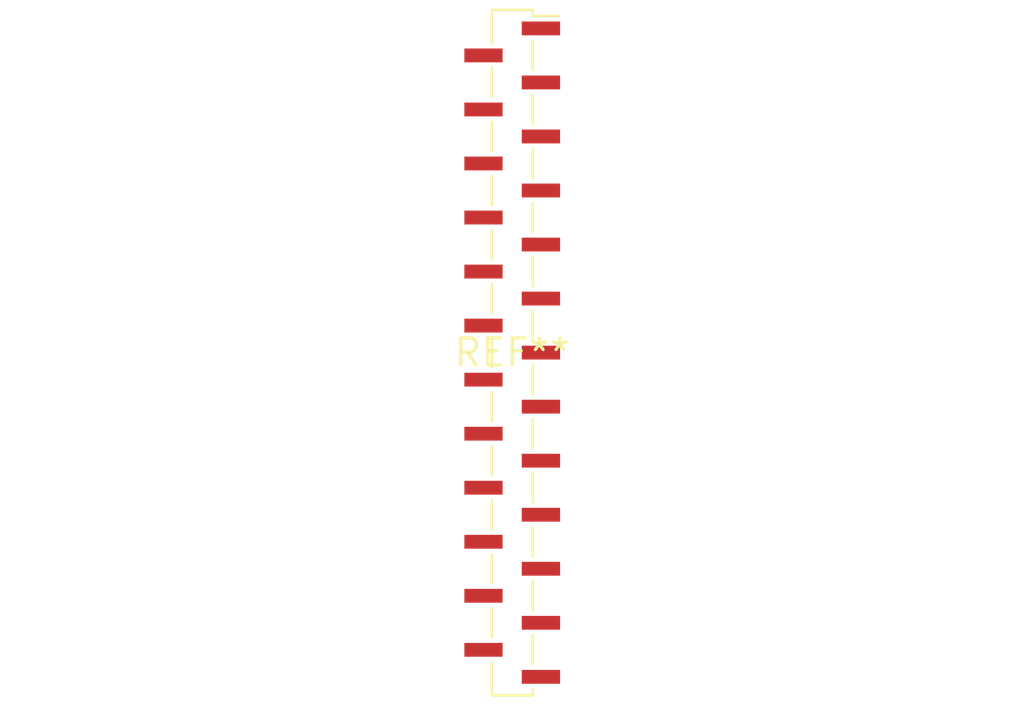
<source format=kicad_pcb>
(kicad_pcb (version 20240108) (generator pcbnew)
  (layers (0 "F.Cu" signal) (31 "B.Cu" signal) (34 "B.Paste" user) (35 "F.Paste" user) (36 "B.SilkS" user "B.Silkscreen") (37 "F.SilkS" user "F.Silkscreen") (38 "B.Mask" user) (39 "F.Mask" user) (44 "Edge.Cuts" user))
  (net 0 "")
  (footprint "PinSocket_1x25_P1.27mm_Vertical_SMD_Pin1Right" (layer "F.Cu") (at 0 0)
    (property "Reference" "REF**")
    (property "Value" "PinSocket_1x25_P1.27mm_Vertical_SMD_Pin1Right")
    (fp_line (start -0.96 -16.11) (end -0.96 -14.555) (layer "F.SilkS") (stroke (width 0.12)))
    (fp_line (start -0.96 -16.11) (end 0.96 -16.11) (layer "F.SilkS") (stroke (width 0.12)))
    (fp_line (start -0.96 -13.385) (end -0.96 -12.015) (layer "F.SilkS") (stroke (width 0.12)))
    (fp_line (start -0.96 -10.845) (end -0.96 -9.475) (layer "F.SilkS") (stroke (width 0.12)))
    (fp_line (start -0.96 -8.305) (end -0.96 -6.935) (layer "F.SilkS") (stroke (width 0.12)))
    (fp_line (start -0.96 -5.765) (end -0.96 -4.395) (layer "F.SilkS") (stroke (width 0.12)))
    (fp_line (start -0.96 -3.225) (end -0.96 -1.855) (layer "F.SilkS") (stroke (width 0.12)))
    (fp_line (start -0.96 -0.685) (end -0.96 0.685) (layer "F.SilkS") (stroke (width 0.12)))
    (fp_line (start -0.96 1.855) (end -0.96 3.225) (layer "F.SilkS") (stroke (width 0.12)))
    (fp_line (start -0.96 4.395) (end -0.96 5.765) (layer "F.SilkS") (stroke (width 0.12)))
    (fp_line (start -0.96 6.935) (end -0.96 8.305) (layer "F.SilkS") (stroke (width 0.12)))
    (fp_line (start -0.96 9.475) (end -0.96 10.845) (layer "F.SilkS") (stroke (width 0.12)))
    (fp_line (start -0.96 12.015) (end -0.96 13.385) (layer "F.SilkS") (stroke (width 0.12)))
    (fp_line (start -0.96 14.555) (end -0.96 16.11) (layer "F.SilkS") (stroke (width 0.12)))
    (fp_line (start -0.96 16.11) (end 0.96 16.11) (layer "F.SilkS") (stroke (width 0.12)))
    (fp_line (start 0.96 -16.11) (end 0.96 -15.825) (layer "F.SilkS") (stroke (width 0.12)))
    (fp_line (start 0.96 -15.825) (end 2.19 -15.825) (layer "F.SilkS") (stroke (width 0.12)))
    (fp_line (start 0.96 -14.655) (end 0.96 -13.285) (layer "F.SilkS") (stroke (width 0.12)))
    (fp_line (start 0.96 -12.115) (end 0.96 -10.745) (layer "F.SilkS") (stroke (width 0.12)))
    (fp_line (start 0.96 -9.575) (end 0.96 -8.205) (layer "F.SilkS") (stroke (width 0.12)))
    (fp_line (start 0.96 -7.035) (end 0.96 -5.665) (layer "F.SilkS") (stroke (width 0.12)))
    (fp_line (start 0.96 -4.495) (end 0.96 -3.125) (layer "F.SilkS") (stroke (width 0.12)))
    (fp_line (start 0.96 -1.955) (end 0.96 -0.585) (layer "F.SilkS") (stroke (width 0.12)))
    (fp_line (start 0.96 0.585) (end 0.96 1.955) (layer "F.SilkS") (stroke (width 0.12)))
    (fp_line (start 0.96 3.125) (end 0.96 4.495) (layer "F.SilkS") (stroke (width 0.12)))
    (fp_line (start 0.96 5.665) (end 0.96 7.035) (layer "F.SilkS") (stroke (width 0.12)))
    (fp_line (start 0.96 8.205) (end 0.96 9.575) (layer "F.SilkS") (stroke (width 0.12)))
    (fp_line (start 0.96 10.745) (end 0.96 12.115) (layer "F.SilkS") (stroke (width 0.12)))
    (fp_line (start 0.96 13.285) (end 0.96 14.655) (layer "F.SilkS") (stroke (width 0.12)))
    (fp_line (start 0.96 15.825) (end 0.96 16.11) (layer "F.SilkS") (stroke (width 0.12)))
    (pad "1" smd rect (at 1.35 -15.24) (size 1.8 0.65) (layers "F.Cu" "F.Paste" "F.Mask"))
    (pad "2" smd rect (at -1.35 -13.97) (size 1.8 0.65) (layers "F.Cu" "F.Paste" "F.Mask"))
    (pad "3" smd rect (at 1.35 -12.7) (size 1.8 0.65) (layers "F.Cu" "F.Paste" "F.Mask"))
    (pad "4" smd rect (at -1.35 -11.43) (size 1.8 0.65) (layers "F.Cu" "F.Paste" "F.Mask"))
    (pad "5" smd rect (at 1.35 -10.16) (size 1.8 0.65) (layers "F.Cu" "F.Paste" "F.Mask"))
    (pad "6" smd rect (at -1.35 -8.89) (size 1.8 0.65) (layers "F.Cu" "F.Paste" "F.Mask"))
    (pad "7" smd rect (at 1.35 -7.62) (size 1.8 0.65) (layers "F.Cu" "F.Paste" "F.Mask"))
    (pad "8" smd rect (at -1.35 -6.35) (size 1.8 0.65) (layers "F.Cu" "F.Paste" "F.Mask"))
    (pad "9" smd rect (at 1.35 -5.08) (size 1.8 0.65) (layers "F.Cu" "F.Paste" "F.Mask"))
    (pad "10" smd rect (at -1.35 -3.81) (size 1.8 0.65) (layers "F.Cu" "F.Paste" "F.Mask"))
    (pad "11" smd rect (at 1.35 -2.54) (size 1.8 0.65) (layers "F.Cu" "F.Paste" "F.Mask"))
    (pad "12" smd rect (at -1.35 -1.27) (size 1.8 0.65) (layers "F.Cu" "F.Paste" "F.Mask"))
    (pad "13" smd rect (at 1.35 0) (size 1.8 0.65) (layers "F.Cu" "F.Paste" "F.Mask"))
    (pad "14" smd rect (at -1.35 1.27) (size 1.8 0.65) (layers "F.Cu" "F.Paste" "F.Mask"))
    (pad "15" smd rect (at 1.35 2.54) (size 1.8 0.65) (layers "F.Cu" "F.Paste" "F.Mask"))
    (pad "16" smd rect (at -1.35 3.81) (size 1.8 0.65) (layers "F.Cu" "F.Paste" "F.Mask"))
    (pad "17" smd rect (at 1.35 5.08) (size 1.8 0.65) (layers "F.Cu" "F.Paste" "F.Mask"))
    (pad "18" smd rect (at -1.35 6.35) (size 1.8 0.65) (layers "F.Cu" "F.Paste" "F.Mask"))
    (pad "19" smd rect (at 1.35 7.62) (size 1.8 0.65) (layers "F.Cu" "F.Paste" "F.Mask"))
    (pad "20" smd rect (at -1.35 8.89) (size 1.8 0.65) (layers "F.Cu" "F.Paste" "F.Mask"))
    (pad "21" smd rect (at 1.35 10.16) (size 1.8 0.65) (layers "F.Cu" "F.Paste" "F.Mask"))
    (pad "22" smd rect (at -1.35 11.43) (size 1.8 0.65) (layers "F.Cu" "F.Paste" "F.Mask"))
    (pad "23" smd rect (at 1.35 12.7) (size 1.8 0.65) (layers "F.Cu" "F.Paste" "F.Mask"))
    (pad "24" smd rect (at -1.35 13.97) (size 1.8 0.65) (layers "F.Cu" "F.Paste" "F.Mask"))
    (pad "25" smd rect (at 1.35 15.24) (size 1.8 0.65) (layers "F.Cu" "F.Paste" "F.Mask"))
  )
)
</source>
